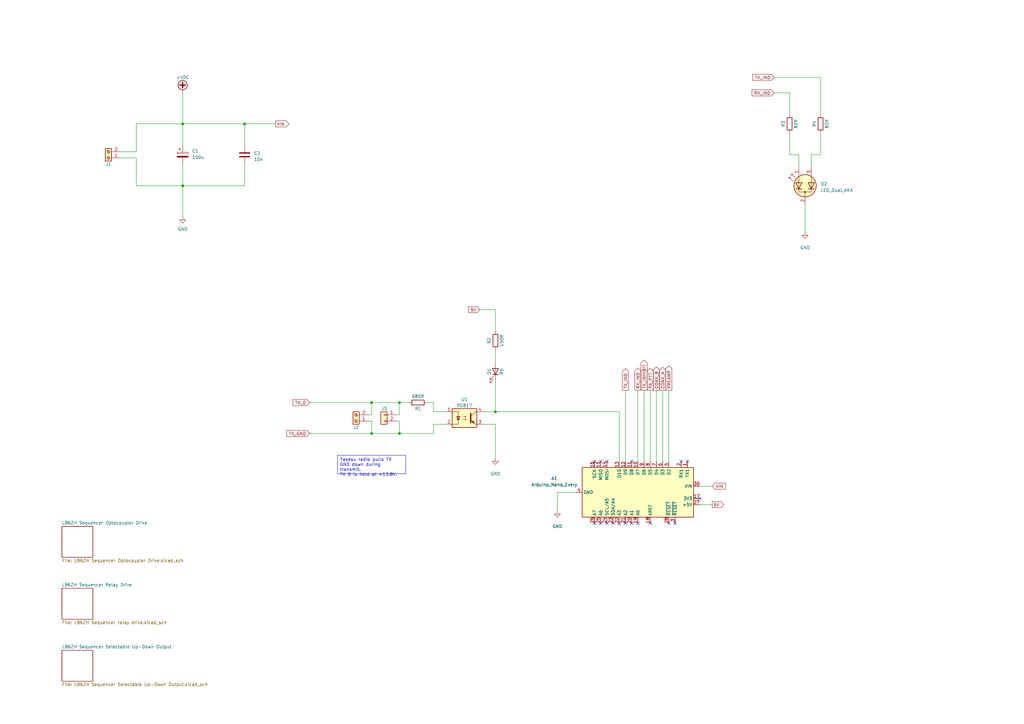
<source format=kicad_sch>
(kicad_sch (version 20230121) (generator eeschema)
  (paper "A3")
  (lib_symbols
    (symbol "Connector:Screw_Terminal_01x02" (pin_names (offset 1.016) hide)
      (property "Reference" "J" (at 0 2.54 0))
      (property "Value" "Screw_Terminal_01x02" (at 0 -5.08 0))
      (symbol "Screw_Terminal_01x02_1_1"
        (rectangle (start -1.27 1.27) (end 1.27 -3.81) (stroke (width 0.254)) (fill (type background)))
        (circle (center 0 -2.54) (radius 0.635) (stroke (width 0.1524)))
        (polyline (pts (xy -0.5334 -2.2098) (xy 0.3302 -3.048)) (stroke (width 0.1524)))
        (polyline (pts (xy -0.5334 0.3302) (xy 0.3302 -0.508)) (stroke (width 0.1524)))
        (polyline (pts (xy -0.3556 -2.032) (xy 0.508 -2.8702)) (stroke (width 0.1524)))
        (polyline (pts (xy -0.3556 0.508) (xy 0.508 -0.3302)) (stroke (width 0.1524)))
        (circle (center 0 0) (radius 0.635) (stroke (width 0.1524)))
        (pin passive line (at -5.08 0 0) (length 3.81) (name "Pin_1") (number "1"))
        (pin passive line (at -5.08 -2.54 0) (length 3.81) (name "Pin_2") (number "2"))
      )
    )
    (symbol "Connector_Generic:Conn_01x02" (pin_names (offset 1.016) hide)
      (property "Reference" "J" (at 0 2.54 0))
      (property "Value" "Conn_01x02" (at 0 -5.08 0))
      (symbol "Conn_01x02_1_1"
        (rectangle (start -1.27 -2.413) (end 0 -2.667) (stroke (width 0.1524)))
        (rectangle (start -1.27 0.127) (end 0 -0.127) (stroke (width 0.1524)))
        (rectangle (start -1.27 1.27) (end 1.27 -3.81) (stroke (width 0.254)) (fill (type background)))
        (pin passive line (at -5.08 0 0) (length 3.81) (name "Pin_1") (number "1"))
        (pin passive line (at -5.08 -2.54 0) (length 3.81) (name "Pin_2") (number "2"))
      )
    )
    (symbol "Device:C" (pin_numbers hide) (pin_names (offset 0.254))
      (property "Reference" "C" (at 0.635 2.54 0))
      (property "Value" "C" (at 0.635 -2.54 0))
      (symbol "C_0_1"
        (polyline (pts (xy -2.032 -0.762) (xy 2.032 -0.762)) (stroke (width 0.508)))
        (polyline (pts (xy -2.032 0.762) (xy 2.032 0.762)) (stroke (width 0.508)))
      )
      (symbol "C_1_1"
        (pin passive line (at 0 3.81 270) (length 2.794) (name "~") (number "1"))
        (pin passive line (at 0 -3.81 90) (length 2.794) (name "~") (number "2"))
      )
    )
    (symbol "Device:C_Polarized" (pin_numbers hide) (pin_names (offset 0.254))
      (property "Reference" "C" (at 0.635 2.54 0))
      (property "Value" "C_Polarized" (at 0.635 -2.54 0))
      (symbol "C_Polarized_0_1"
        (rectangle (start -2.286 0.508) (end 2.286 1.016))
        (polyline (pts (xy -1.778 2.286) (xy -0.762 2.286)))
        (polyline (pts (xy -1.27 2.794) (xy -1.27 1.778)))
        (rectangle (start 2.286 -0.508) (end -2.286 -1.016) (fill (type outline)))
      )
      (symbol "C_Polarized_1_1"
        (pin passive line (at 0 3.81 270) (length 2.794) (name "~") (number "1"))
        (pin passive line (at 0 -3.81 90) (length 2.794) (name "~") (number "2"))
      )
    )
    (symbol "Device:LED" (pin_numbers hide) (pin_names (offset 1.016) hide)
      (property "Reference" "D" (at 0 2.54 0))
      (property "Value" "LED" (at 0 -2.54 0))
      (symbol "LED_0_1"
        (polyline (pts (xy -1.27 -1.27) (xy -1.27 1.27)) (stroke (width 0.254)))
        (polyline (pts (xy -1.27 0) (xy 1.27 0)))
        (polyline (pts (xy 1.27 -1.27) (xy 1.27 1.27) (xy -1.27 0) (xy 1.27 -1.27)) (stroke (width 0.254)))
        (polyline (pts (xy -3.048 -0.762) (xy -4.572 -2.286) (xy -3.81 -2.286) (xy -4.572 -2.286) (xy -4.572 -1.524)))
        (polyline (pts (xy -1.778 -0.762) (xy -3.302 -2.286) (xy -2.54 -2.286) (xy -3.302 -2.286) (xy -3.302 -1.524)))
      )
      (symbol "LED_1_1"
        (pin passive line (at -3.81 0 0) (length 2.54) (name "K") (number "1"))
        (pin passive line (at 3.81 0 180) (length 2.54) (name "A") (number "2"))
      )
    )
    (symbol "Device:LED_Dual_AKA" (pin_names (offset 0) hide)
      (property "Reference" "D" (at 0 5.715 0))
      (property "Value" "LED_Dual_AKA" (at 0 -6.35 0))
      (symbol "LED_Dual_AKA_0_1"
        (circle (center -2.54 0) (radius 0.2794) (fill (type outline)))
        (polyline (pts (xy -4.572 0) (xy -2.54 0)))
        (polyline (pts (xy -1.27 -1.27) (xy -1.27 -3.81)) (stroke (width 0.254)))
        (polyline (pts (xy -1.27 1.27) (xy -1.27 3.81)) (stroke (width 0.254)))
        (polyline (pts (xy 3.81 -2.54) (xy 1.905 -2.54)))
        (polyline (pts (xy 3.81 2.54) (xy 1.905 2.54)))
        (polyline (pts (xy 1.27 -3.81) (xy 1.27 -1.27) (xy -1.27 -2.54) (xy 1.27 -3.81)) (stroke (width 0.254)))
        (polyline (pts (xy 1.27 1.27) (xy 1.27 3.81) (xy -1.27 2.54) (xy 1.27 1.27)) (stroke (width 0.254)))
        (polyline (pts (xy 2.032 2.54) (xy -2.54 2.54) (xy -2.54 -2.54) (xy 2.032 -2.54)))
        (polyline (pts (xy 2.032 5.08) (xy 3.556 6.604) (xy 2.794 6.604) (xy 3.556 6.604) (xy 3.556 5.842)))
        (polyline (pts (xy 3.302 4.064) (xy 4.826 5.588) (xy 4.064 5.588) (xy 4.826 5.588) (xy 4.826 4.826)))
        (circle (center 0 0) (radius 4.572) (stroke (width 0.254)) (fill (type background)))
      )
      (symbol "LED_Dual_AKA_1_1"
        (pin input line (at 7.62 2.54 180) (length 3.81) (name "A1") (number "1"))
        (pin input line (at -7.62 0 0) (length 3.048) (name "K") (number "2"))
        (pin input line (at 7.62 -2.54 180) (length 3.81) (name "A2") (number "3"))
      )
    )
    (symbol "Device:R" (pin_numbers hide) (pin_names (offset 0))
      (property "Reference" "R" (at 2.032 0 90))
      (property "Value" "R" (at 0 0 90))
      (symbol "R_0_1"
        (rectangle (start -1.016 -2.54) (end 1.016 2.54) (stroke (width 0.254)))
      )
      (symbol "R_1_1"
        (pin passive line (at 0 3.81 270) (length 1.27) (name "~") (number "1"))
        (pin passive line (at 0 -3.81 90) (length 1.27) (name "~") (number "2"))
      )
    )
    (symbol "Isolator:PC817" (pin_names (offset 1.016))
      (property "Reference" "U" (at -5.08 5.08 0))
      (property "Value" "PC817" (at 0 5.08 0))
      (symbol "PC817_0_1"
        (rectangle (start -5.08 3.81) (end 5.08 -3.81) (stroke (width 0.254)) (fill (type background)))
        (polyline (pts (xy -3.175 -0.635) (xy -1.905 -0.635)) (stroke (width 0.254)))
        (polyline (pts (xy 2.54 0.635) (xy 4.445 2.54)))
        (polyline (pts (xy 4.445 -2.54) (xy 2.54 -0.635)) (fill (type outline)))
        (polyline (pts (xy 4.445 -2.54) (xy 5.08 -2.54)))
        (polyline (pts (xy 4.445 2.54) (xy 5.08 2.54)))
        (polyline (pts (xy -5.08 2.54) (xy -2.54 2.54) (xy -2.54 -0.635)))
        (polyline (pts (xy -2.54 -0.635) (xy -2.54 -2.54) (xy -5.08 -2.54)))
        (polyline (pts (xy 2.54 1.905) (xy 2.54 -1.905) (xy 2.54 -1.905)) (stroke (width 0.508)))
        (polyline (pts (xy -2.54 -0.635) (xy -3.175 0.635) (xy -1.905 0.635) (xy -2.54 -0.635)) (stroke (width 0.254)))
        (polyline (pts (xy -0.508 -0.508) (xy 0.762 -0.508) (xy 0.381 -0.635) (xy 0.381 -0.381) (xy 0.762 -0.508)))
        (polyline (pts (xy -0.508 0.508) (xy 0.762 0.508) (xy 0.381 0.381) (xy 0.381 0.635) (xy 0.762 0.508)))
        (polyline (pts (xy 3.048 -1.651) (xy 3.556 -1.143) (xy 4.064 -2.159) (xy 3.048 -1.651) (xy 3.048 -1.651)) (fill (type outline)))
      )
      (symbol "PC817_1_1"
        (pin passive line (at -7.62 2.54 0) (length 2.54) (name "~") (number "1"))
        (pin passive line (at -7.62 -2.54 0) (length 2.54) (name "~") (number "2"))
        (pin passive line (at 7.62 -2.54 180) (length 2.54) (name "~") (number "3"))
        (pin passive line (at 7.62 2.54 180) (length 2.54) (name "~") (number "4"))
      )
    )
    (symbol "MCU_Module:Arduino_Nano_Every"
      (property "Reference" "A" (at -10.16 23.495 0))
      (property "Value" "Arduino_Nano_Every" (at 5.08 -24.13 0))
      (symbol "Arduino_Nano_Every_0_1"
        (rectangle (start -10.16 22.86) (end 10.16 -22.86) (stroke (width 0.254)) (fill (type background)))
      )
      (symbol "Arduino_Nano_Every_1_1"
        (pin bidirectional line (at -12.7 20.32 0) (length 2.54) (name "TX1") (number "1"))
        (pin bidirectional line (at -12.7 0 0) (length 2.54) (name "D7") (number "10"))
        (pin bidirectional line (at -12.7 -2.54 0) (length 2.54) (name "D8") (number "11"))
        (pin bidirectional line (at -12.7 -5.08 0) (length 2.54) (name "D9") (number "12"))
        (pin bidirectional line (at -12.7 -7.62 0) (length 2.54) (name "D10") (number "13"))
        (pin bidirectional line (at -12.7 -12.7 0) (length 2.54) (name "MOSI") (number "14"))
        (pin bidirectional line (at -12.7 -15.24 0) (length 2.54) (name "MISO") (number "15"))
        (pin bidirectional line (at -12.7 -17.78 0) (length 2.54) (name "SCK") (number "16"))
        (pin power_out line (at 2.54 25.4 270) (length 2.54) (name "3V3") (number "17"))
        (pin input line (at 12.7 5.08 180) (length 2.54) (name "AREF") (number "18"))
        (pin bidirectional line (at 12.7 0 180) (length 2.54) (name "A0") (number "19"))
        (pin bidirectional line (at -12.7 17.78 0) (length 2.54) (name "RX1") (number "2"))
        (pin bidirectional line (at 12.7 -2.54 180) (length 2.54) (name "A1") (number "20"))
        (pin bidirectional line (at 12.7 -5.08 180) (length 2.54) (name "A2") (number "21"))
        (pin bidirectional line (at 12.7 -7.62 180) (length 2.54) (name "A3") (number "22"))
        (pin bidirectional line (at 12.7 -10.16 180) (length 2.54) (name "SDA/A4") (number "23"))
        (pin bidirectional line (at 12.7 -12.7 180) (length 2.54) (name "SCL/A5") (number "24"))
        (pin bidirectional line (at 12.7 -15.24 180) (length 2.54) (name "A6") (number "25"))
        (pin bidirectional line (at 12.7 -17.78 180) (length 2.54) (name "A7") (number "26"))
        (pin power_out line (at 5.08 25.4 270) (length 2.54) (name "+5V") (number "27"))
        (pin input line (at 12.7 12.7 180) (length 2.54) (name "~{RESET}") (number "28"))
        (pin passive line (at 0 -25.4 90) (length 2.54) hide (name "GND") (number "29"))
        (pin input line (at 12.7 15.24 180) (length 2.54) (name "~{RESET}") (number "3"))
        (pin power_in line (at -2.54 25.4 270) (length 2.54) (name "VIN") (number "30"))
        (pin power_in line (at 0 -25.4 90) (length 2.54) (name "GND") (number "4"))
        (pin bidirectional line (at -12.7 12.7 0) (length 2.54) (name "D2") (number "5"))
        (pin bidirectional line (at -12.7 10.16 0) (length 2.54) (name "D3") (number "6"))
        (pin bidirectional line (at -12.7 7.62 0) (length 2.54) (name "D4") (number "7"))
        (pin bidirectional line (at -12.7 5.08 0) (length 2.54) (name "D5") (number "8"))
        (pin bidirectional line (at -12.7 2.54 0) (length 2.54) (name "D6") (number "9"))
      )
    )
    (symbol "power:+VDC" (power) (pin_names (offset 0))
      (property "Value" "+VDC" (at 0 6.35 0))
      (symbol "+VDC_0_1"
        (polyline (pts (xy -1.143 3.175) (xy 1.143 3.175)) (stroke (width 0.508)))
        (polyline (pts (xy 0 0) (xy 0 1.27)))
        (polyline (pts (xy 0 2.032) (xy 0 4.318)) (stroke (width 0.508)))
        (circle (center 0 3.175) (radius 1.905) (stroke (width 0.254)))
      )
      (symbol "+VDC_1_1"
        (pin power_in line (at 0 0 90) (length 0) hide (name "+VDC") (number "1"))
      )
    )
    (symbol "power:GND" (power) (pin_names (offset 0))
      (property "Value" "GND" (at 0 -3.81 0))
      (symbol "GND_0_1"
        (polyline (pts (xy 0 0) (xy 0 -1.27) (xy 1.27 -1.27) (xy 0 -2.54) (xy -1.27 -1.27) (xy 0 -1.27)))
      )
      (symbol "GND_1_1"
        (pin power_in line (at 0 0 270) (length 0) hide (name "GND") (number "1"))
      )
    )
  )
  (junction (at 74.93 76.2))
  (junction (at 163.83 165.1))
  (junction (at 152.4 165.1))
  (junction (at 100.33 50.8))
  (junction (at 74.93 50.8))
  (junction (at 152.4 177.8))
  (junction (at 163.83 177.8))
  (junction (at 203.2 168.91))
  (no_connect (at 248.92 189.23))
  (no_connect (at 279.4 189.23))
  (no_connect (at 246.38 214.63))
  (no_connect (at 256.54 214.63))
  (no_connect (at 287.02 204.47))
  (no_connect (at 266.7 214.63))
  (no_connect (at 259.08 214.63))
  (no_connect (at 243.84 189.23))
  (no_connect (at 248.92 214.63))
  (no_connect (at 254 214.63))
  (no_connect (at 274.32 214.63))
  (no_connect (at 261.62 214.63))
  (no_connect (at 259.08 189.23))
  (no_connect (at 243.84 214.63))
  (no_connect (at 251.46 214.63))
  (no_connect (at 281.94 189.23))
  (no_connect (at 246.38 189.23))
  (no_connect (at 276.86 214.63))
  (wire (pts (xy 74.93 76.2) (xy 74.93 88.9)))
  (wire (pts (xy 100.33 67.31) (xy 100.33 76.2)))
  (wire (pts (xy 287.02 199.39) (xy 292.1 199.39)))
  (wire (pts (xy 163.83 165.1) (xy 163.83 170.18)))
  (wire (pts (xy 317.5 31.75) (xy 336.55 31.75)))
  (wire (pts (xy 162.56 172.72) (xy 163.83 172.72)))
  (wire (pts (xy 49.53 64.77) (xy 55.88 64.77)))
  (wire (pts (xy 163.83 165.1) (xy 167.64 165.1)))
  (wire (pts (xy 323.85 63.5) (xy 323.85 54.61)))
  (wire (pts (xy 203.2 127) (xy 196.85 127)))
  (wire (pts (xy 152.4 172.72) (xy 152.4 177.8)))
  (wire (pts (xy 336.55 54.61) (xy 336.55 63.5)))
  (wire (pts (xy 327.66 68.58) (xy 327.66 63.5)))
  (wire (pts (xy 327.66 63.5) (xy 323.85 63.5)))
  (wire (pts (xy 74.93 67.31) (xy 74.93 76.2)))
  (wire (pts (xy 74.93 50.8) (xy 100.33 50.8)))
  (wire (pts (xy 100.33 50.8) (xy 100.33 59.69)))
  (wire (pts (xy 74.93 50.8) (xy 74.93 59.69)))
  (wire (pts (xy 317.5 38.1) (xy 323.85 38.1)))
  (wire (pts (xy 162.56 170.18) (xy 163.83 170.18)))
  (wire (pts (xy 55.88 64.77) (xy 55.88 76.2)))
  (wire (pts (xy 127 165.1) (xy 152.4 165.1)))
  (wire (pts (xy 323.85 38.1) (xy 323.85 46.99)))
  (wire (pts (xy 177.8 168.91) (xy 182.88 168.91)))
  (wire (pts (xy 177.8 173.99) (xy 177.8 177.8)))
  (wire (pts (xy 182.88 173.99) (xy 177.8 173.99)))
  (wire (pts (xy 256.54 160.02) (xy 256.54 189.23)))
  (wire (pts (xy 336.55 31.75) (xy 336.55 46.99)))
  (wire (pts (xy 152.4 170.18) (xy 152.4 165.1)))
  (wire (pts (xy 175.26 165.1) (xy 177.8 165.1)))
  (wire (pts (xy 152.4 165.1) (xy 163.83 165.1)))
  (wire (pts (xy 203.2 156.21) (xy 203.2 168.91)))
  (wire (pts (xy 203.2 143.51) (xy 203.2 148.59)))
  (wire (pts (xy 74.93 38.1) (xy 74.93 50.8)))
  (wire (pts (xy 55.88 50.8) (xy 74.93 50.8)))
  (wire (pts (xy 266.7 160.02) (xy 266.7 189.23)))
  (wire (pts (xy 254 168.91) (xy 254 189.23)))
  (wire (pts (xy 55.88 50.8) (xy 55.88 62.23)))
  (wire (pts (xy 152.4 177.8) (xy 163.83 177.8)))
  (wire (pts (xy 264.16 160.02) (xy 264.16 189.23)))
  (wire (pts (xy 198.12 173.99) (xy 203.2 173.99)))
  (wire (pts (xy 49.53 62.23) (xy 55.88 62.23)))
  (wire (pts (xy 198.12 168.91) (xy 203.2 168.91)))
  (wire (pts (xy 228.6 209.55) (xy 228.6 201.93)))
  (wire (pts (xy 100.33 76.2) (xy 74.93 76.2)))
  (wire (pts (xy 127 177.8) (xy 152.4 177.8)))
  (wire (pts (xy 287.02 207.01) (xy 292.1 207.01)))
  (wire (pts (xy 228.6 201.93) (xy 236.22 201.93)))
  (wire (pts (xy 55.88 76.2) (xy 74.93 76.2)))
  (wire (pts (xy 151.13 172.72) (xy 152.4 172.72)))
  (wire (pts (xy 177.8 165.1) (xy 177.8 168.91)))
  (wire (pts (xy 203.2 168.91) (xy 254 168.91)))
  (wire (pts (xy 332.74 68.58) (xy 332.74 63.5)))
  (wire (pts (xy 261.62 160.02) (xy 261.62 189.23)))
  (wire (pts (xy 269.24 160.02) (xy 269.24 189.23)))
  (wire (pts (xy 203.2 173.99) (xy 203.2 187.96)))
  (wire (pts (xy 274.32 160.02) (xy 274.32 189.23)))
  (wire (pts (xy 100.33 50.8) (xy 113.03 50.8)))
  (wire (pts (xy 271.78 160.02) (xy 271.78 189.23)))
  (wire (pts (xy 203.2 127) (xy 203.2 135.89)))
  (wire (pts (xy 151.13 170.18) (xy 152.4 170.18)))
  (wire (pts (xy 163.83 172.72) (xy 163.83 177.8)))
  (wire (pts (xy 332.74 63.5) (xy 336.55 63.5)))
  (wire (pts (xy 330.2 83.82) (xy 330.2 95.25)))
  (wire (pts (xy 177.8 177.8) (xy 163.83 177.8)))
  (text_box "Yasesu radio pulls TX GND down during transmit.\nTX D is held at +13.8V." (at 138.43 186.69 0) (size 27.94 7.62) (effects (font (size 1.27 1.27)) (justify left top)))
  (global_label "PREAMP" (shape output) (at 274.32 160.02 90) (property "Intersheetrefs" "${INTERSHEET_REFS}" (effects hide)))
  (global_label "RX_IND" (shape input) (at 317.5 38.1 180) (property "Intersheetrefs" "${INTERSHEET_REFS}" (effects hide)))
  (global_label "TX_INHIBIT" (shape output) (at 264.16 160.02 90) (property "Intersheetrefs" "${INTERSHEET_REFS}" (effects hide)))
  (global_label "COAX_B" (shape output) (at 269.24 160.02 90) (property "Intersheetrefs" "${INTERSHEET_REFS}" (effects hide)))
  (global_label "RX_IND" (shape output) (at 261.62 160.02 90) (property "Intersheetrefs" "${INTERSHEET_REFS}" (effects hide)))
  (global_label "PA_PTT" (shape output) (at 266.7 160.02 90) (property "Intersheetrefs" "${INTERSHEET_REFS}" (effects hide)))
  (global_label "TX_GND" (shape input) (at 127 177.8 180) (property "Intersheetrefs" "${INTERSHEET_REFS}" (effects hide)))
  (global_label "COAX_A" (shape output) (at 271.78 160.02 90) (property "Intersheetrefs" "${INTERSHEET_REFS}" (effects hide)))
  (global_label "TX_IND" (shape output) (at 256.54 160.02 90) (property "Intersheetrefs" "${INTERSHEET_REFS}" (effects hide)))
  (global_label "5V" (shape input) (at 196.85 127 180) (property "Intersheetrefs" "${INTERSHEET_REFS}" (effects hide)))
  (global_label "5V" (shape output) (at 292.1 207.01 0) (property "Intersheetrefs" "${INTERSHEET_REFS}" (effects hide)))
  (global_label "VIN" (shape input) (at 292.1 199.39 0) (property "Intersheetrefs" "${INTERSHEET_REFS}" (effects hide)))
  (global_label "VIN" (shape output) (at 113.03 50.8 0) (property "Intersheetrefs" "${INTERSHEET_REFS}" (effects hide)))
  (global_label "TX_IND" (shape input) (at 317.5 31.75 180) (property "Intersheetrefs" "${INTERSHEET_REFS}" (effects hide)))
  (global_label "TX_D" (shape input) (at 127 165.1 180) (property "Intersheetrefs" "${INTERSHEET_REFS}" (effects hide)))
  (symbol (lib_id "Device:C_Polarized") (at 74.93 63.5 0) (unit 1)
    (property "Reference" "C1" (at 78.74 61.976 0) (effects (justify left)))
    (property "Value" "100u" (at 78.74 64.516 0) (effects (justify left)))
    (property "Footprint" "Capacitor_THT:CP_Radial_D5.0mm_P2.50mm" (effects hide))
  )
  (symbol (lib_id "Device:R") (at 171.45 165.1 90) (unit 1)
    (property "Reference" "R1" (at 171.45 167.64 90))
    (property "Value" "680R" (at 171.45 162.56 90))
    (property "Footprint" "Resistor_THT:R_Axial_DIN0207_L6.3mm_D2.5mm_P10.16mm_Horizontal" (effects hide))
  )
  (symbol (lib_id "power:+VDC") (at 74.93 38.1 0) (unit 1)
    (property "Reference" "#PWR01" (effects hide))
    (property "Value" "+VDC" (at 74.93 31.75 0))
  )
  (symbol (lib_id "power:GND") (at 330.2 95.25 0) (unit 1)
    (property "Reference" "#PWR05" (effects hide))
    (property "Value" "GND" (at 330.2 101.6 0))
  )
  (symbol (lib_id "Device:C") (at 100.33 63.5 0) (unit 1)
    (property "Reference" "C2" (at 104.14 62.865 0) (effects (justify left)))
    (property "Value" "10n" (at 104.14 65.405 0) (effects (justify left)))
    (property "Footprint" "Capacitor_THT:C_Rect_L4.6mm_W2.0mm_P2.50mm_MKS02_FKP02" (effects hide))
  )
  (symbol (lib_id "Connector_Generic:Conn_01x02") (at 157.48 170.18 0) (mirror y) (unit 1)
    (property "Reference" "J3" (at 158.75 167.64 0) (effects (justify left)))
    (property "Value" "Conn_01x02" (effects hide))
    (property "Footprint" "Connector_PinHeader_2.54mm:PinHeader_1x02_P2.54mm_Vertical" (effects hide))
  )
  (symbol (lib_id "power:GND") (at 228.6 209.55 0) (unit 1)
    (property "Reference" "#PWR04" (effects hide))
    (property "Value" "GND" (at 228.6 215.9 0))
  )
  (symbol (lib_id "MCU_Module:Arduino_Nano_Every") (at 261.62 201.93 270) (unit 1)
    (property "Reference" "A1" (at 227.33 196.2403 90))
    (property "Value" "Arduino_Nano_Every" (at 227.33 198.7803 90))
    (property "Footprint" "Module:Arduino_Nano" (effects hide))
    (property "Datasheet" "https://content.arduino.cc/assets/NANOEveryV3.0_sch.pdf" (effects hide))
  )
  (symbol (lib_id "Isolator:PC817") (at 190.5 171.45 0) (unit 1)
    (property "Reference" "U1" (at 190.5 163.83 0))
    (property "Value" "PC817" (at 190.5 166.37 0))
    (property "Footprint" "Package_DIP:DIP-4_W7.62mm" (effects hide))
    (property "Datasheet" "http://www.soselectronic.cz/a_info/resource/d/pc817.pdf" (effects hide))
  )
  (symbol (lib_id "Device:LED_Dual_AKA") (at 330.2 76.2 90) (unit 1)
    (property "Reference" "D2" (at 336.55 75.5015 90) (effects (justify right)))
    (property "Value" "LED_Dual_AKA" (at 336.55 78.0415 90) (effects (justify right)))
    (property "Footprint" "LED_THT:LED_D5.0mm-3" (effects hide))
  )
  (symbol (lib_id "power:GND") (at 74.93 88.9 0) (unit 1)
    (property "Reference" "#PWR02" (effects hide))
    (property "Value" "GND" (at 74.93 93.98 0))
  )
  (symbol (lib_id "Device:R") (at 323.85 50.8 0) (mirror y) (unit 1)
    (property "Reference" "R3" (at 321.31 50.8 90))
    (property "Value" "82R" (at 326.39 50.8 90))
    (property "Footprint" "Resistor_THT:R_Axial_DIN0207_L6.3mm_D2.5mm_P10.16mm_Horizontal" (effects hide))
  )
  (symbol (lib_id "Connector:Screw_Terminal_01x02") (at 44.45 64.77 180) (unit 1)
    (property "Reference" "J1" (at 44.45 67.31 0))
    (property "Value" "1x2" (effects hide))
    (property "Footprint" "TerminalBlock_Phoenix:TerminalBlock_Phoenix_MKDS-3-2-5.08_1x02_P5.08mm_Horizontal" (effects hide))
  )
  (symbol (lib_id "Device:R") (at 336.55 50.8 0) (mirror y) (unit 1)
    (property "Reference" "R4" (at 334.01 50.8 90))
    (property "Value" "82R" (at 339.09 50.8 90))
    (property "Footprint" "Resistor_THT:R_Axial_DIN0207_L6.3mm_D2.5mm_P10.16mm_Horizontal" (effects hide))
  )
  (symbol (lib_id "power:GND") (at 203.2 187.96 0) (unit 1)
    (property "Reference" "#PWR03" (effects hide))
    (property "Value" "GND" (at 203.2 194.31 0))
  )
  (symbol (lib_id "Connector:Screw_Terminal_01x02") (at 146.05 172.72 180) (unit 1)
    (property "Reference" "J2" (at 146.05 175.26 0))
    (property "Value" "Screw_Terminal_01x02" (effects hide))
    (property "Footprint" "TerminalBlock_Phoenix:TerminalBlock_Phoenix_MKDS-3-2-5.08_1x02_P5.08mm_Horizontal" (effects hide))
  )
  (symbol (lib_id "Device:LED") (at 203.2 152.4 270) (mirror x) (unit 1)
    (property "Reference" "D1" (at 200.66 152.4 0))
    (property "Value" "RD" (at 205.74 152.4 0))
    (property "Footprint" "LED_THT:LED_D5.0mm_Clear" (effects hide))
  )
  (symbol (lib_id "Device:R") (at 203.2 139.7 0) (unit 1)
    (property "Reference" "R2" (at 200.66 139.7 90))
    (property "Value" "150R" (at 205.74 139.7 90))
    (property "Footprint" "Resistor_THT:R_Axial_DIN0207_L6.3mm_D2.5mm_P10.16mm_Horizontal" (effects hide))
  )
  (sheet (at 25.4 241.3) (size 12.7 12.7) (stroke (width 0.1524))
    (property "Sheetname" "LB6ZH Sequencer Relay Drive" (at 25.4 240.5884 0) (effects (justify left bottom)))
    (property "Sheetfile" "LB6ZH Sequencer relay drive.kicad_sch" (at 25.4 254.5846 0) (effects (justify left top)))
  )
  (sheet (at 25.4 215.9) (size 12.7 12.7) (stroke (width 0.1524))
    (property "Sheetname" "LB6ZH Sequencer Optocoupler Drive" (at 25.4 215.1884 0) (effects (justify left bottom)))
    (property "Sheetfile" "LB6ZH Sequencer Optocoupler Drive.kicad_sch" (at 25.4 229.1846 0) (effects (justify left top)))
  )
  (sheet (at 25.4 266.7) (size 12.7 12.7) (stroke (width 0.1524))
    (property "Sheetname" "LB6ZH Sequencer Selectable Up-Down Output" (at 25.4 265.9884 0) (effects (justify left bottom)))
    (property "Sheetfile" "LB6ZH Sequencer Selectable Up-Down Output.kicad_sch" (at 25.4 279.9846 0) (effects (justify left top)))
  )
)
</source>
